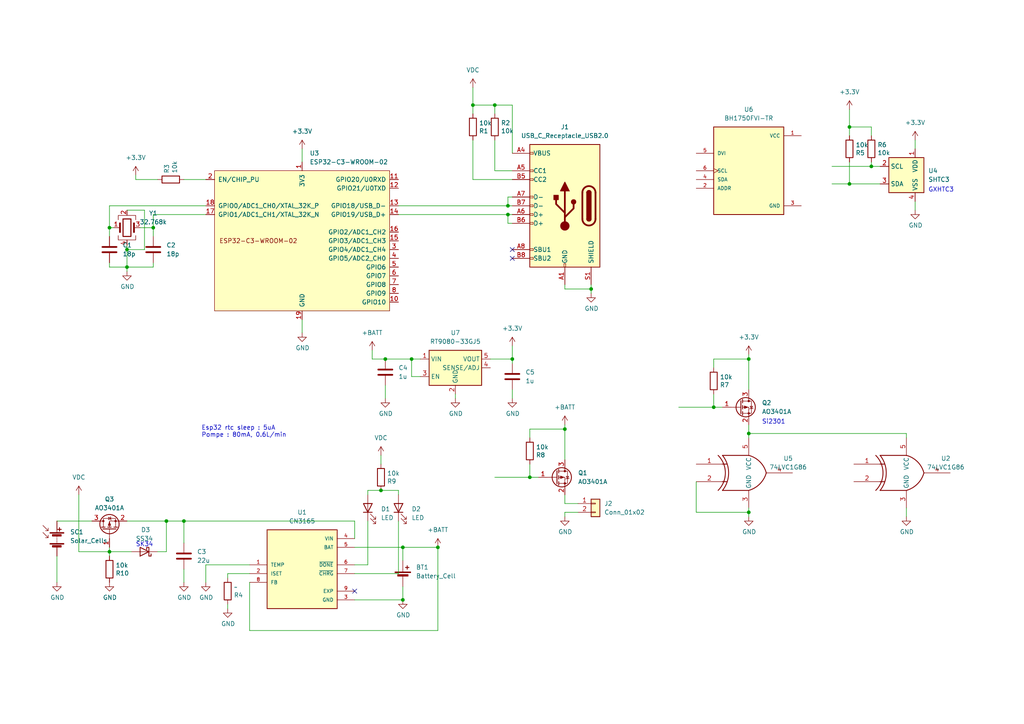
<source format=kicad_sch>
(kicad_sch (version 20230121) (generator eeschema)
  (paper "A4")
  (lib_symbols
    (symbol "74xGxx:74LVC1G86"
      (property "Reference" "U" (at -5.08 7.62 0))
      (property "Value" "74LVC1G86" (at 7.62 -7.62 0))
      (symbol "74LVC1G86_0_1"
        (arc (start -8.89 -5.08) (mid -6.7858 0) (end -8.89 5.08) (stroke (width 0.254)))
        (arc (start -7.62 -5.08) (mid -5.838 0) (end -7.62 5.08) (stroke (width 0.254)))
        (arc (start 0 -5.08) (mid 3.1986 -3.2054) (end 5.08 0) (stroke (width 0.254)))
        (polyline (pts (xy -7.62 -2.54) (xy -6.35 -2.54)) (stroke (width 0.254)) (fill (type background)))
        (polyline (pts (xy -7.62 2.54) (xy -6.35 2.54)) (stroke (width 0.254)) (fill (type background)))
        (polyline (pts (xy 0 -5.08) (xy -7.62 -5.08)) (stroke (width 0.254)) (fill (type background)))
        (polyline (pts (xy 0 5.08) (xy -7.62 5.08)) (stroke (width 0.254)) (fill (type background)))
        (arc (start 5.08 0) (mid 3.2238 3.2304) (end 0 5.08) (stroke (width 0.254)))
      )
      (symbol "74LVC1G86_1_1"
        (pin input line (at -15.24 2.54 0) (length 7.62) (name "~") (number "1"))
        (pin input line (at -15.24 -2.54 0) (length 7.62) (name "~") (number "2"))
        (pin power_in line (at 0 -10.16 90) (length 5.08) (name "GND") (number "3"))
        (pin output line (at 12.7 0 180) (length 7.62) (name "~") (number "4"))
        (pin power_in line (at 0 10.16 270) (length 5.08) (name "VCC") (number "5"))
      )
    )
    (symbol "BH1750FVI-TR:BH1750FVI-TR" (pin_names (offset 1.016))
      (property "Reference" "U" (at -10.1737 13.462 0))
      (property "Value" "BH1750FVI-TR" (at -9.922 -15.24 0))
      (symbol "BH1750FVI-TR_0_0"
        (rectangle (start -10.16 -12.7) (end 10.16 12.7) (stroke (width 0.254)) (fill (type background)))
        (pin power_in line (at 15.24 10.16 180) (length 5.08) (name "VCC") (number "1"))
        (pin input line (at -15.24 -5.08 0) (length 5.08) (name "ADDR") (number "2"))
        (pin power_in line (at 15.24 -10.16 180) (length 5.08) (name "GND") (number "3"))
        (pin bidirectional line (at -15.24 -2.54 0) (length 5.08) (name "SDA") (number "4"))
        (pin input line (at -15.24 5.08 0) (length 5.08) (name "DVI") (number "5"))
        (pin input clock (at -15.24 0 0) (length 5.08) (name "SCL") (number "6"))
      )
    )
    (symbol "CN3065:CN3065" (pin_names (offset 1.016))
      (property "Reference" "U" (at -10.1732 13.9881 0))
      (property "Value" "CN3065" (at -10.1667 -13.9792 0))
      (symbol "CN3065_0_0"
        (rectangle (start -10.16 -10.16) (end 10.16 12.7) (stroke (width 0.254)) (fill (type background)))
        (pin input line (at -15.24 2.54 0) (length 5.08) (name "TEMP") (number "1"))
        (pin input line (at -15.24 0 0) (length 5.08) (name "ISET") (number "2"))
        (pin power_in line (at 15.24 -7.62 180) (length 5.08) (name "GND") (number "3"))
        (pin power_in line (at 15.24 10.16 180) (length 5.08) (name "VIN") (number "4"))
        (pin power_in line (at 15.24 7.62 180) (length 5.08) (name "BAT") (number "5"))
        (pin output line (at 15.24 2.54 180) (length 5.08) (name "~{DONE}") (number "6"))
        (pin output line (at 15.24 0 180) (length 5.08) (name "~{CHRG}") (number "7"))
        (pin input line (at -15.24 -2.54 0) (length 5.08) (name "FB") (number "8"))
        (pin power_in line (at 15.24 -5.08 180) (length 5.08) (name "EXP") (number "9"))
      )
    )
    (symbol "Connector:USB_C_Receptacle_USB2.0" (pin_names (offset 1.016))
      (property "Reference" "J" (at -10.16 19.05 0))
      (property "Value" "USB_C_Receptacle_USB2.0" (at 19.05 19.05 0))
      (symbol "USB_C_Receptacle_USB2.0_0_0"
        (rectangle (start -0.254 -17.78) (end 0.254 -16.764))
        (rectangle (start 10.16 -14.986) (end 9.144 -15.494))
        (rectangle (start 10.16 -12.446) (end 9.144 -12.954))
        (rectangle (start 10.16 -4.826) (end 9.144 -5.334))
        (rectangle (start 10.16 -2.286) (end 9.144 -2.794))
        (rectangle (start 10.16 0.254) (end 9.144 -0.254))
        (rectangle (start 10.16 2.794) (end 9.144 2.286))
        (rectangle (start 10.16 7.874) (end 9.144 7.366))
        (rectangle (start 10.16 10.414) (end 9.144 9.906))
        (rectangle (start 10.16 15.494) (end 9.144 14.986))
      )
      (symbol "USB_C_Receptacle_USB2.0_0_1"
        (rectangle (start -10.16 17.78) (end 10.16 -17.78) (stroke (width 0.254)) (fill (type background)))
        (arc (start -8.89 -3.81) (mid -6.985 -5.7067) (end -5.08 -3.81) (stroke (width 0.508)))
        (arc (start -7.62 -3.81) (mid -6.985 -4.4423) (end -6.35 -3.81) (stroke (width 0.254)))
        (arc (start -7.62 -3.81) (mid -6.985 -4.4423) (end -6.35 -3.81) (stroke (width 0.254)) (fill (type outline)))
        (rectangle (start -7.62 -3.81) (end -6.35 3.81) (stroke (width 0.254)) (fill (type outline)))
        (arc (start -6.35 3.81) (mid -6.985 4.4423) (end -7.62 3.81) (stroke (width 0.254)))
        (arc (start -6.35 3.81) (mid -6.985 4.4423) (end -7.62 3.81) (stroke (width 0.254)) (fill (type outline)))
        (arc (start -5.08 3.81) (mid -6.985 5.7067) (end -8.89 3.81) (stroke (width 0.508)))
        (circle (center -2.54 1.143) (radius 0.635) (stroke (width 0.254)) (fill (type outline)))
        (circle (center 0 -5.842) (radius 1.27) (fill (type outline)))
        (polyline (pts (xy -8.89 -3.81) (xy -8.89 3.81)) (stroke (width 0.508)))
        (polyline (pts (xy -5.08 3.81) (xy -5.08 -3.81)) (stroke (width 0.508)))
        (polyline (pts (xy 0 -5.842) (xy 0 4.318)) (stroke (width 0.508)))
        (polyline (pts (xy 0 -3.302) (xy -2.54 -0.762) (xy -2.54 0.508)) (stroke (width 0.508)))
        (polyline (pts (xy 0 -2.032) (xy 2.54 0.508) (xy 2.54 1.778)) (stroke (width 0.508)))
        (polyline (pts (xy -1.27 4.318) (xy 0 6.858) (xy 1.27 4.318) (xy -1.27 4.318)) (stroke (width 0.254)) (fill (type outline)))
        (rectangle (start 1.905 1.778) (end 3.175 3.048) (stroke (width 0.254)) (fill (type outline)))
      )
      (symbol "USB_C_Receptacle_USB2.0_1_1"
        (pin passive line (at 0 -22.86 90) (length 5.08) (name "GND") (number "A1"))
        (pin passive line (at 0 -22.86 90) (length 5.08) hide (name "GND") (number "A12"))
        (pin passive line (at 15.24 15.24 180) (length 5.08) (name "VBUS") (number "A4"))
        (pin bidirectional line (at 15.24 10.16 180) (length 5.08) (name "CC1") (number "A5"))
        (pin bidirectional line (at 15.24 -2.54 180) (length 5.08) (name "D+") (number "A6"))
        (pin bidirectional line (at 15.24 2.54 180) (length 5.08) (name "D-") (number "A7"))
        (pin bidirectional line (at 15.24 -12.7 180) (length 5.08) (name "SBU1") (number "A8"))
        (pin passive line (at 15.24 15.24 180) (length 5.08) hide (name "VBUS") (number "A9"))
        (pin passive line (at 0 -22.86 90) (length 5.08) hide (name "GND") (number "B1"))
        (pin passive line (at 0 -22.86 90) (length 5.08) hide (name "GND") (number "B12"))
        (pin passive line (at 15.24 15.24 180) (length 5.08) hide (name "VBUS") (number "B4"))
        (pin bidirectional line (at 15.24 7.62 180) (length 5.08) (name "CC2") (number "B5"))
        (pin bidirectional line (at 15.24 -5.08 180) (length 5.08) (name "D+") (number "B6"))
        (pin bidirectional line (at 15.24 0 180) (length 5.08) (name "D-") (number "B7"))
        (pin bidirectional line (at 15.24 -15.24 180) (length 5.08) (name "SBU2") (number "B8"))
        (pin passive line (at 15.24 15.24 180) (length 5.08) hide (name "VBUS") (number "B9"))
        (pin passive line (at -7.62 -22.86 90) (length 5.08) (name "SHIELD") (number "S1"))
      )
    )
    (symbol "Connector_Generic:Conn_01x02" (pin_names (offset 1.016) hide)
      (property "Reference" "J" (at 0 2.54 0))
      (property "Value" "Conn_01x02" (at 0 -5.08 0))
      (symbol "Conn_01x02_1_1"
        (rectangle (start -1.27 -2.413) (end 0 -2.667) (stroke (width 0.1524)))
        (rectangle (start -1.27 0.127) (end 0 -0.127) (stroke (width 0.1524)))
        (rectangle (start -1.27 1.27) (end 1.27 -3.81) (stroke (width 0.254)) (fill (type background)))
        (pin passive line (at -5.08 0 0) (length 3.81) (name "Pin_1") (number "1"))
        (pin passive line (at -5.08 -2.54 0) (length 3.81) (name "Pin_2") (number "2"))
      )
    )
    (symbol "Device:Battery_Cell" (pin_numbers hide) (pin_names (offset 0) hide)
      (property "Reference" "BT" (at 2.54 2.54 0))
      (property "Value" "Battery_Cell" (at 2.54 0 0))
      (symbol "Battery_Cell_0_1"
        (rectangle (start -2.286 1.778) (end 2.286 1.524) (fill (type outline)))
        (rectangle (start -1.524 1.016) (end 1.524 0.508) (fill (type outline)))
        (polyline (pts (xy 0 0.762) (xy 0 0)))
        (polyline (pts (xy 0 1.778) (xy 0 2.54)))
        (polyline (pts (xy 0.762 3.048) (xy 1.778 3.048)) (stroke (width 0.254)))
        (polyline (pts (xy 1.27 3.556) (xy 1.27 2.54)) (stroke (width 0.254)))
      )
      (symbol "Battery_Cell_1_1"
        (pin passive line (at 0 5.08 270) (length 2.54) (name "+") (number "1"))
        (pin passive line (at 0 -2.54 90) (length 2.54) (name "-") (number "2"))
      )
    )
    (symbol "Device:C" (pin_numbers hide) (pin_names (offset 0.254))
      (property "Reference" "C" (at 0.635 2.54 0))
      (property "Value" "C" (at 0.635 -2.54 0))
      (symbol "C_0_1"
        (polyline (pts (xy -2.032 -0.762) (xy 2.032 -0.762)) (stroke (width 0.508)))
        (polyline (pts (xy -2.032 0.762) (xy 2.032 0.762)) (stroke (width 0.508)))
      )
      (symbol "C_1_1"
        (pin passive line (at 0 3.81 270) (length 2.794) (name "~") (number "1"))
        (pin passive line (at 0 -3.81 90) (length 2.794) (name "~") (number "2"))
      )
    )
    (symbol "Device:Crystal_GND24" (pin_names (offset 1.016) hide)
      (property "Reference" "Y" (at 3.175 5.08 0))
      (property "Value" "Crystal_GND24" (at 3.175 3.175 0))
      (symbol "Crystal_GND24_0_1"
        (rectangle (start -1.143 2.54) (end 1.143 -2.54) (stroke (width 0.3048)))
        (polyline (pts (xy -2.54 0) (xy -2.032 0)))
        (polyline (pts (xy -2.032 -1.27) (xy -2.032 1.27)) (stroke (width 0.508)))
        (polyline (pts (xy 0 -3.81) (xy 0 -3.556)))
        (polyline (pts (xy 0 3.556) (xy 0 3.81)))
        (polyline (pts (xy 2.032 -1.27) (xy 2.032 1.27)) (stroke (width 0.508)))
        (polyline (pts (xy 2.032 0) (xy 2.54 0)))
        (polyline (pts (xy -2.54 -2.286) (xy -2.54 -3.556) (xy 2.54 -3.556) (xy 2.54 -2.286)))
        (polyline (pts (xy -2.54 2.286) (xy -2.54 3.556) (xy 2.54 3.556) (xy 2.54 2.286)))
      )
      (symbol "Crystal_GND24_1_1"
        (pin passive line (at -3.81 0 0) (length 1.27) (name "1") (number "1"))
        (pin passive line (at 0 5.08 270) (length 1.27) (name "2") (number "2"))
        (pin passive line (at 3.81 0 180) (length 1.27) (name "3") (number "3"))
        (pin passive line (at 0 -5.08 90) (length 1.27) (name "4") (number "4"))
      )
    )
    (symbol "Device:D_Schottky" (pin_numbers hide) (pin_names (offset 1.016) hide)
      (property "Reference" "D" (at 0 2.54 0))
      (property "Value" "D_Schottky" (at 0 -2.54 0))
      (symbol "D_Schottky_0_1"
        (polyline (pts (xy 1.27 0) (xy -1.27 0)))
        (polyline (pts (xy 1.27 1.27) (xy 1.27 -1.27) (xy -1.27 0) (xy 1.27 1.27)) (stroke (width 0.254)))
        (polyline (pts (xy -1.905 0.635) (xy -1.905 1.27) (xy -1.27 1.27) (xy -1.27 -1.27) (xy -0.635 -1.27) (xy -0.635 -0.635)) (stroke (width 0.254)))
      )
      (symbol "D_Schottky_1_1"
        (pin passive line (at -3.81 0 0) (length 2.54) (name "K") (number "1"))
        (pin passive line (at 3.81 0 180) (length 2.54) (name "A") (number "2"))
      )
    )
    (symbol "Device:LED" (pin_numbers hide) (pin_names (offset 1.016) hide)
      (property "Reference" "D" (at 0 2.54 0))
      (property "Value" "LED" (at 0 -2.54 0))
      (symbol "LED_0_1"
        (polyline (pts (xy -1.27 -1.27) (xy -1.27 1.27)) (stroke (width 0.254)))
        (polyline (pts (xy -1.27 0) (xy 1.27 0)))
        (polyline (pts (xy 1.27 -1.27) (xy 1.27 1.27) (xy -1.27 0) (xy 1.27 -1.27)) (stroke (width 0.254)))
        (polyline (pts (xy -3.048 -0.762) (xy -4.572 -2.286) (xy -3.81 -2.286) (xy -4.572 -2.286) (xy -4.572 -1.524)))
        (polyline (pts (xy -1.778 -0.762) (xy -3.302 -2.286) (xy -2.54 -2.286) (xy -3.302 -2.286) (xy -3.302 -1.524)))
      )
      (symbol "LED_1_1"
        (pin passive line (at -3.81 0 0) (length 2.54) (name "K") (number "1"))
        (pin passive line (at 3.81 0 180) (length 2.54) (name "A") (number "2"))
      )
    )
    (symbol "Device:R" (pin_numbers hide) (pin_names (offset 0))
      (property "Reference" "R" (at 2.032 0 90))
      (property "Value" "R" (at 0 0 90))
      (symbol "R_0_1"
        (rectangle (start -1.016 -2.54) (end 1.016 2.54) (stroke (width 0.254)))
      )
      (symbol "R_1_1"
        (pin passive line (at 0 3.81 270) (length 1.27) (name "~") (number "1"))
        (pin passive line (at 0 -3.81 90) (length 1.27) (name "~") (number "2"))
      )
    )
    (symbol "Device:Solar_Cells" (pin_numbers hide) (pin_names (offset 0) hide)
      (property "Reference" "SC" (at 2.54 2.54 0))
      (property "Value" "Solar_Cells" (at 2.54 0 0))
      (symbol "Solar_Cells_0_1"
        (rectangle (start -2.032 -1.397) (end 2.032 -1.651) (fill (type outline)))
        (rectangle (start -2.032 1.778) (end 2.032 1.524) (fill (type outline)))
        (rectangle (start -1.3208 -1.9812) (end 1.27 -2.4892) (fill (type outline)))
        (rectangle (start -1.3208 1.1938) (end 1.27 0.6858) (fill (type outline)))
        (polyline (pts (xy -2.54 0.254) (xy -4.064 1.778)))
        (polyline (pts (xy -2.54 2.286) (xy -4.064 3.81)))
        (polyline (pts (xy 0 -1.524) (xy 0 -1.27)))
        (polyline (pts (xy 0 -1.016) (xy 0 -0.762)))
        (polyline (pts (xy 0 -0.508) (xy 0 -0.254)))
        (polyline (pts (xy 0 0) (xy 0 0.254)))
        (polyline (pts (xy 0 0.508) (xy 0 0.762)))
        (polyline (pts (xy 0 1.778) (xy 0 2.54)))
        (polyline (pts (xy 0.254 2.667) (xy 1.27 2.667)) (stroke (width 0.254)))
        (polyline (pts (xy 0.762 3.175) (xy 0.762 2.159)) (stroke (width 0.254)))
        (polyline (pts (xy -2.54 1.016) (xy -2.54 0.254) (xy -3.302 0.254)))
        (polyline (pts (xy -2.54 3.048) (xy -2.54 2.286) (xy -3.302 2.286)))
      )
      (symbol "Solar_Cells_1_1"
        (pin passive line (at 0 5.08 270) (length 2.54) (name "+") (number "1"))
        (pin passive line (at 0 -5.08 90) (length 2.54) (name "-") (number "2"))
      )
    )
    (symbol "PCM_Espressif:ESP32-C3-WROOM-02" (pin_names (offset 1.016))
      (property "Reference" "U" (at -25.4 25.4 0))
      (property "Value" "ESP32-C3-WROOM-02" (at -25.4 22.86 0))
      (symbol "ESP32-C3-WROOM-02_0_0"
        (text "ESP32-C3-WROOM-02" (at -12.7 0 0) (effects (font (size 1.27 1.27))))
      )
      (symbol "ESP32-C3-WROOM-02_0_1"
        (rectangle (start 25.4 20.32) (end -25.4 -20.32) (fill (type background)))
      )
      (symbol "ESP32-C3-WROOM-02_1_1"
        (pin power_in line (at 0 22.86 270) (length 2.54) (name "3V3") (number "1"))
        (pin bidirectional line (at 27.94 -17.78 180) (length 2.54) (name "GPIO10") (number "10"))
        (pin bidirectional line (at 27.94 17.78 180) (length 2.54) (name "GPIO20/U0RXD") (number "11"))
        (pin bidirectional line (at 27.94 15.24 180) (length 2.54) (name "GPIO21/U0TXD") (number "12"))
        (pin bidirectional line (at 27.94 10.16 180) (length 2.54) (name "GPIO18/USB_D-") (number "13"))
        (pin bidirectional line (at 27.94 7.62 180) (length 2.54) (name "GPIO19/USB_D+") (number "14"))
        (pin bidirectional line (at 27.94 0 180) (length 2.54) (name "GPIO3/ADC1_CH3") (number "15"))
        (pin bidirectional line (at 27.94 2.54 180) (length 2.54) (name "GPIO2/ADC1_CH2") (number "16"))
        (pin bidirectional line (at -27.94 7.62 0) (length 2.54) (name "GPIO1/ADC1_CH1/XTAL_32K_N") (number "17"))
        (pin bidirectional line (at -27.94 10.16 0) (length 2.54) (name "GPIO0/ADC1_CH0/XTAL_32K_P") (number "18"))
        (pin power_in line (at 0 -22.86 90) (length 2.54) (name "GND") (number "19"))
        (pin input line (at -27.94 17.78 0) (length 2.54) (name "EN/CHIP_PU") (number "2"))
        (pin bidirectional line (at 27.94 -2.54 180) (length 2.54) (name "GPIO4/ADC1_CH4") (number "3"))
        (pin bidirectional line (at 27.94 -5.08 180) (length 2.54) (name "GPIO5/ADC2_CH0") (number "4"))
        (pin bidirectional line (at 27.94 -7.62 180) (length 2.54) (name "GPIO6") (number "5"))
        (pin bidirectional line (at 27.94 -10.16 180) (length 2.54) (name "GPIO7") (number "6"))
        (pin bidirectional line (at 27.94 -12.7 180) (length 2.54) (name "GPIO8") (number "7"))
        (pin bidirectional line (at 27.94 -15.24 180) (length 2.54) (name "GPIO9") (number "8"))
        (pin passive line (at 0 -22.86 90) (length 2.54) hide (name "GND") (number "9"))
      )
    )
    (symbol "Regulator_Linear:ADP7142AUJZ-3.3"
      (property "Reference" "U" (at 0 8.89 0))
      (property "Value" "ADP7142AUJZ-3.3" (at 0 6.35 0))
      (symbol "ADP7142AUJZ-3.3_0_1"
        (rectangle (start -7.62 5.08) (end 7.62 -5.08) (stroke (width 0.254)) (fill (type background)))
      )
      (symbol "ADP7142AUJZ-3.3_1_1"
        (pin power_in line (at -10.16 2.54 0) (length 2.54) (name "VIN") (number "1"))
        (pin power_in line (at 0 -7.62 90) (length 2.54) (name "GND") (number "2"))
        (pin input line (at -10.16 -2.54 0) (length 2.54) (name "EN") (number "3"))
        (pin input line (at 10.16 0 180) (length 2.54) (name "SENSE/ADJ") (number "4"))
        (pin power_out line (at 10.16 2.54 180) (length 2.54) (name "VOUT") (number "5"))
      )
    )
    (symbol "Sensor_Humidity:SHTC3"
      (property "Reference" "U" (at -3.81 6.35 0))
      (property "Value" "SHTC3" (at -2.54 -6.35 0))
      (symbol "SHTC3_1_1"
        (rectangle (start -5.08 5.08) (end 5.08 -5.08) (stroke (width 0.254)) (fill (type background)))
        (pin power_in line (at 2.54 7.62 270) (length 2.54) (name "VDD") (number "1"))
        (pin input line (at -7.62 2.54 0) (length 2.54) (name "SCL") (number "2"))
        (pin bidirectional line (at -7.62 -2.54 0) (length 2.54) (name "SDA") (number "3"))
        (pin power_in line (at 2.54 -7.62 90) (length 2.54) (name "VSS") (number "4"))
        (pin no_connect line (at 5.08 0 180) (length 2.54) hide (name "NC") (number "5"))
      )
    )
    (symbol "Transistor_FET:AO3401A" (pin_names hide)
      (property "Reference" "Q" (at 5.08 1.905 0))
      (property "Value" "AO3401A" (at 5.08 0 0))
      (symbol "AO3401A_0_1"
        (polyline (pts (xy 0.254 0) (xy -2.54 0)))
        (polyline (pts (xy 0.254 1.905) (xy 0.254 -1.905)) (stroke (width 0.254)))
        (polyline (pts (xy 0.762 -1.27) (xy 0.762 -2.286)) (stroke (width 0.254)))
        (polyline (pts (xy 0.762 0.508) (xy 0.762 -0.508)) (stroke (width 0.254)))
        (polyline (pts (xy 0.762 2.286) (xy 0.762 1.27)) (stroke (width 0.254)))
        (polyline (pts (xy 2.54 2.54) (xy 2.54 1.778)))
        (polyline (pts (xy 2.54 -2.54) (xy 2.54 0) (xy 0.762 0)))
        (polyline (pts (xy 0.762 1.778) (xy 3.302 1.778) (xy 3.302 -1.778) (xy 0.762 -1.778)))
        (polyline (pts (xy 2.286 0) (xy 1.27 0.381) (xy 1.27 -0.381) (xy 2.286 0)) (fill (type outline)))
        (polyline (pts (xy 2.794 -0.508) (xy 2.921 -0.381) (xy 3.683 -0.381) (xy 3.81 -0.254)))
        (polyline (pts (xy 3.302 -0.381) (xy 2.921 0.254) (xy 3.683 0.254) (xy 3.302 -0.381)))
        (circle (center 1.651 0) (radius 2.794) (stroke (width 0.254)))
        (circle (center 2.54 -1.778) (radius 0.254) (fill (type outline)))
        (circle (center 2.54 1.778) (radius 0.254) (fill (type outline)))
      )
      (symbol "AO3401A_1_1"
        (pin input line (at -5.08 0 0) (length 2.54) (name "G") (number "1"))
        (pin passive line (at 2.54 -5.08 90) (length 2.54) (name "S") (number "2"))
        (pin passive line (at 2.54 5.08 270) (length 2.54) (name "D") (number "3"))
      )
    )
    (symbol "power:+3.3V" (power) (pin_names (offset 0))
      (property "Value" "+3.3V" (at 0 3.556 0))
      (symbol "+3.3V_0_1"
        (polyline (pts (xy -0.762 1.27) (xy 0 2.54)))
        (polyline (pts (xy 0 0) (xy 0 2.54)))
        (polyline (pts (xy 0 2.54) (xy 0.762 1.27)))
      )
      (symbol "+3.3V_1_1"
        (pin power_in line (at 0 0 90) (length 0) hide (name "+3.3V") (number "1"))
      )
    )
    (symbol "power:+BATT" (power) (pin_names (offset 0))
      (property "Value" "+BATT" (at 0 3.556 0))
      (symbol "+BATT_0_1"
        (polyline (pts (xy -0.762 1.27) (xy 0 2.54)))
        (polyline (pts (xy 0 0) (xy 0 2.54)))
        (polyline (pts (xy 0 2.54) (xy 0.762 1.27)))
      )
      (symbol "+BATT_1_1"
        (pin power_in line (at 0 0 90) (length 0) hide (name "+BATT") (number "1"))
      )
    )
    (symbol "power:GND" (power) (pin_names (offset 0))
      (property "Value" "GND" (at 0 -3.81 0))
      (symbol "GND_0_1"
        (polyline (pts (xy 0 0) (xy 0 -1.27) (xy 1.27 -1.27) (xy 0 -2.54) (xy -1.27 -1.27) (xy 0 -1.27)))
      )
      (symbol "GND_1_1"
        (pin power_in line (at 0 0 270) (length 0) hide (name "GND") (number "1"))
      )
    )
    (symbol "power:VDC" (power) (pin_names (offset 0))
      (property "Value" "VDC" (at 0 6.35 0))
      (symbol "VDC_0_1"
        (polyline (pts (xy -0.762 1.27) (xy 0 2.54)))
        (polyline (pts (xy 0 0) (xy 0 2.54)))
        (polyline (pts (xy 0 2.54) (xy 0.762 1.27)))
      )
      (symbol "VDC_1_1"
        (pin power_in line (at 0 0 90) (length 0) hide (name "VDC") (number "1"))
      )
    )
  )
  (junction (at 171.45 83.82))
  (junction (at 163.83 124.46))
  (junction (at 217.17 148.59))
  (junction (at 252.73 48.26))
  (junction (at 119.38 104.14))
  (junction (at 246.38 53.34))
  (junction (at 143.51 30.48))
  (junction (at 44.45 66.04))
  (junction (at 36.83 72.39))
  (junction (at 147.32 59.69))
  (junction (at 116.84 158.75))
  (junction (at 48.26 151.13))
  (junction (at 127 158.75))
  (junction (at 111.76 104.14))
  (junction (at 207.01 118.11))
  (junction (at 217.17 125.73))
  (junction (at 217.17 104.14))
  (junction (at 137.16 30.48))
  (junction (at 246.38 36.83))
  (junction (at 53.34 151.13))
  (junction (at 153.67 138.43))
  (junction (at 31.75 160.02))
  (junction (at 148.59 104.14))
  (junction (at 36.83 77.47))
  (junction (at 31.75 66.04))
  (junction (at 110.49 142.24))
  (junction (at 147.32 62.23))
  (junction (at 116.84 173.99))
  (no_connect (at 148.59 72.39))
  (no_connect (at 148.59 74.93))
  (no_connect (at 102.87 171.45))
  (wire (pts (xy 132.08 114.3) (xy 132.08 115.57)))
  (wire (pts (xy 167.64 148.59) (xy 163.83 148.59)))
  (wire (pts (xy 252.73 48.26) (xy 255.27 48.26)))
  (wire (pts (xy 163.83 148.59) (xy 163.83 149.86)))
  (wire (pts (xy 87.63 43.18) (xy 87.63 46.99)))
  (wire (pts (xy 148.59 100.33) (xy 148.59 104.14)))
  (wire (pts (xy 36.83 72.39) (xy 36.83 77.47)))
  (wire (pts (xy 72.39 166.37) (xy 66.04 166.37)))
  (wire (pts (xy 217.17 125.73) (xy 217.17 127)))
  (wire (pts (xy 153.67 124.46) (xy 163.83 124.46)))
  (wire (pts (xy 45.72 52.07) (xy 39.37 52.07)))
  (wire (pts (xy 31.75 66.04) (xy 31.75 68.58)))
  (wire (pts (xy 153.67 138.43) (xy 156.21 138.43)))
  (wire (pts (xy 66.04 166.37) (xy 66.04 167.64)))
  (wire (pts (xy 102.87 151.13) (xy 102.87 156.21)))
  (wire (pts (xy 115.57 59.69) (xy 147.32 59.69)))
  (wire (pts (xy 217.17 104.14) (xy 217.17 113.03)))
  (wire (pts (xy 53.34 165.1) (xy 53.34 168.91)))
  (wire (pts (xy 201.93 139.7) (xy 201.93 148.59)))
  (wire (pts (xy 44.45 66.04) (xy 44.45 62.23)))
  (wire (pts (xy 148.59 104.14) (xy 142.24 104.14)))
  (wire (pts (xy 115.57 151.13) (xy 115.57 166.37)))
  (wire (pts (xy 110.49 132.08) (xy 110.49 134.62)))
  (wire (pts (xy 40.64 66.04) (xy 44.45 66.04)))
  (wire (pts (xy 147.32 62.23) (xy 148.59 62.23)))
  (wire (pts (xy 116.84 170.18) (xy 116.84 173.99)))
  (wire (pts (xy 41.91 60.96) (xy 41.91 72.39)))
  (wire (pts (xy 41.91 72.39) (xy 36.83 72.39)))
  (wire (pts (xy 44.45 66.04) (xy 44.45 68.58)))
  (wire (pts (xy 31.75 160.02) (xy 31.75 158.75)))
  (wire (pts (xy 246.38 31.75) (xy 246.38 36.83)))
  (wire (pts (xy 148.59 105.41) (xy 148.59 104.14)))
  (wire (pts (xy 106.68 142.24) (xy 110.49 142.24)))
  (wire (pts (xy 38.1 160.02) (xy 31.75 160.02)))
  (wire (pts (xy 45.72 160.02) (xy 48.26 160.02)))
  (wire (pts (xy 201.93 148.59) (xy 217.17 148.59)))
  (wire (pts (xy 255.27 53.34) (xy 246.38 53.34)))
  (wire (pts (xy 143.51 30.48) (xy 148.59 30.48)))
  (wire (pts (xy 116.84 158.75) (xy 116.84 162.56)))
  (wire (pts (xy 196.85 118.11) (xy 207.01 118.11)))
  (wire (pts (xy 148.59 52.07) (xy 137.16 52.07)))
  (wire (pts (xy 106.68 163.83) (xy 106.68 151.13)))
  (wire (pts (xy 115.57 142.24) (xy 115.57 143.51)))
  (wire (pts (xy 143.51 30.48) (xy 143.51 33.02)))
  (wire (pts (xy 241.3 53.34) (xy 246.38 53.34)))
  (wire (pts (xy 163.83 83.82) (xy 171.45 83.82)))
  (wire (pts (xy 36.83 77.47) (xy 44.45 77.47)))
  (wire (pts (xy 171.45 83.82) (xy 171.45 85.09)))
  (wire (pts (xy 137.16 30.48) (xy 143.51 30.48)))
  (wire (pts (xy 148.59 30.48) (xy 148.59 44.45)))
  (wire (pts (xy 39.37 52.07) (xy 39.37 50.8)))
  (wire (pts (xy 48.26 151.13) (xy 53.34 151.13)))
  (wire (pts (xy 137.16 30.48) (xy 137.16 33.02)))
  (wire (pts (xy 102.87 163.83) (xy 106.68 163.83)))
  (wire (pts (xy 111.76 104.14) (xy 119.38 104.14)))
  (wire (pts (xy 241.3 48.26) (xy 252.73 48.26)))
  (wire (pts (xy 31.75 59.69) (xy 31.75 66.04)))
  (wire (pts (xy 265.43 58.42) (xy 265.43 60.96)))
  (wire (pts (xy 53.34 151.13) (xy 102.87 151.13)))
  (wire (pts (xy 163.83 123.19) (xy 163.83 124.46)))
  (wire (pts (xy 127 182.88) (xy 127 158.75)))
  (wire (pts (xy 53.34 52.07) (xy 59.69 52.07)))
  (wire (pts (xy 72.39 182.88) (xy 127 182.88)))
  (wire (pts (xy 148.59 49.53) (xy 143.51 49.53)))
  (wire (pts (xy 207.01 106.68) (xy 207.01 104.14)))
  (wire (pts (xy 167.64 146.05) (xy 163.83 146.05)))
  (wire (pts (xy 207.01 114.3) (xy 207.01 118.11)))
  (wire (pts (xy 252.73 36.83) (xy 252.73 39.37)))
  (wire (pts (xy 31.75 160.02) (xy 31.75 161.29)))
  (wire (pts (xy 72.39 163.83) (xy 59.69 163.83)))
  (wire (pts (xy 246.38 36.83) (xy 252.73 36.83)))
  (wire (pts (xy 153.67 127) (xy 153.67 124.46)))
  (wire (pts (xy 207.01 118.11) (xy 209.55 118.11)))
  (wire (pts (xy 115.57 166.37) (xy 102.87 166.37)))
  (wire (pts (xy 137.16 25.4) (xy 137.16 30.48)))
  (wire (pts (xy 147.32 59.69) (xy 148.59 59.69)))
  (wire (pts (xy 111.76 111.76) (xy 111.76 115.57)))
  (wire (pts (xy 207.01 104.14) (xy 217.17 104.14)))
  (wire (pts (xy 115.57 62.23) (xy 147.32 62.23)))
  (wire (pts (xy 148.59 113.03) (xy 148.59 115.57)))
  (wire (pts (xy 119.38 104.14) (xy 121.92 104.14)))
  (wire (pts (xy 31.75 66.04) (xy 33.02 66.04)))
  (wire (pts (xy 119.38 109.22) (xy 119.38 104.14)))
  (wire (pts (xy 137.16 40.64) (xy 137.16 52.07)))
  (wire (pts (xy 127 158.75) (xy 116.84 158.75)))
  (wire (pts (xy 262.89 125.73) (xy 262.89 127)))
  (wire (pts (xy 44.45 62.23) (xy 59.69 62.23)))
  (wire (pts (xy 217.17 148.59) (xy 217.17 149.86)))
  (wire (pts (xy 121.92 109.22) (xy 119.38 109.22)))
  (wire (pts (xy 107.95 104.14) (xy 111.76 104.14)))
  (wire (pts (xy 110.49 142.24) (xy 115.57 142.24)))
  (wire (pts (xy 16.51 168.91) (xy 16.51 161.29)))
  (wire (pts (xy 36.83 72.39) (xy 36.83 71.12)))
  (wire (pts (xy 147.32 62.23) (xy 147.32 64.77)))
  (wire (pts (xy 66.04 176.53) (xy 66.04 175.26)))
  (wire (pts (xy 246.38 53.34) (xy 246.38 46.99)))
  (wire (pts (xy 143.51 49.53) (xy 143.51 40.64)))
  (wire (pts (xy 163.83 146.05) (xy 163.83 143.51)))
  (wire (pts (xy 147.32 57.15) (xy 147.32 59.69)))
  (wire (pts (xy 116.84 173.99) (xy 102.87 173.99)))
  (wire (pts (xy 217.17 123.19) (xy 217.17 125.73)))
  (wire (pts (xy 53.34 151.13) (xy 53.34 157.48)))
  (wire (pts (xy 22.86 160.02) (xy 22.86 143.51)))
  (wire (pts (xy 106.68 142.24) (xy 106.68 143.51)))
  (wire (pts (xy 148.59 64.77) (xy 147.32 64.77)))
  (wire (pts (xy 87.63 92.71) (xy 87.63 96.52)))
  (wire (pts (xy 163.83 82.55) (xy 163.83 83.82)))
  (wire (pts (xy 163.83 124.46) (xy 163.83 133.35)))
  (wire (pts (xy 102.87 158.75) (xy 116.84 158.75)))
  (wire (pts (xy 217.17 125.73) (xy 262.89 125.73)))
  (wire (pts (xy 59.69 163.83) (xy 59.69 168.91)))
  (wire (pts (xy 44.45 77.47) (xy 44.45 76.2)))
  (wire (pts (xy 16.51 151.13) (xy 26.67 151.13)))
  (wire (pts (xy 171.45 82.55) (xy 171.45 83.82)))
  (wire (pts (xy 72.39 168.91) (xy 72.39 182.88)))
  (wire (pts (xy 107.95 101.6) (xy 107.95 104.14)))
  (wire (pts (xy 36.83 151.13) (xy 48.26 151.13)))
  (wire (pts (xy 262.89 147.32) (xy 262.89 149.86)))
  (wire (pts (xy 246.38 36.83) (xy 246.38 39.37)))
  (wire (pts (xy 36.83 60.96) (xy 41.91 60.96)))
  (wire (pts (xy 143.51 138.43) (xy 153.67 138.43)))
  (wire (pts (xy 217.17 102.87) (xy 217.17 104.14)))
  (wire (pts (xy 148.59 57.15) (xy 147.32 57.15)))
  (wire (pts (xy 48.26 160.02) (xy 48.26 151.13)))
  (wire (pts (xy 31.75 76.2) (xy 31.75 77.47)))
  (wire (pts (xy 217.17 147.32) (xy 217.17 148.59)))
  (wire (pts (xy 31.75 77.47) (xy 36.83 77.47)))
  (wire (pts (xy 59.69 59.69) (xy 31.75 59.69)))
  (wire (pts (xy 153.67 134.62) (xy 153.67 138.43)))
  (wire (pts (xy 265.43 40.64) (xy 265.43 43.18)))
  (wire (pts (xy 36.83 77.47) (xy 36.83 78.74)))
  (wire (pts (xy 252.73 46.99) (xy 252.73 48.26)))
  (wire (pts (xy 31.75 160.02) (xy 22.86 160.02)))
  (text "Esp32 rtc sleep : 5uA\nPompe : 80mA, 0.6L/min \n" (at 58.42 127 0) (effects (font (size 1.27 1.27)) (justify left bottom)))
  (text "GXHTC3" (at 269.24 55.88 0) (effects (font (size 1.27 1.27)) (justify left bottom)))
  (text "SK34" (at 39.37 158.75 0) (effects (font (size 1.27 1.27)) (justify left bottom)))
  (text "Si2301" (at 220.98 123.19 0) (effects (font (size 1.27 1.27)) (justify left bottom)))
  (symbol (lib_id "Transistor_FET:AO3401A") (at 31.75 153.67 90) (unit 1)
    (property "Reference" "Q3" (at 31.75 144.78 90))
    (property "Value" "AO3401A" (at 31.75 147.32 90))
    (property "Footprint" "Package_TO_SOT_SMD:SOT-23" (effects hide))
    (property "Datasheet" "http://www.aosmd.com/pdfs/datasheet/AO3401A.pdf" (effects hide))
    (property "LCSC" "C15127" (effects hide))
  )
  (symbol (lib_id "power:GND") (at 148.59 115.57 0) (unit 1)
    (property "Reference" "#PWR026" (effects hide))
    (property "Value" "GND" (at 148.717 119.9642 0))
  )
  (symbol (lib_id "power:GND") (at 53.34 168.91 0) (unit 1)
    (property "Reference" "#PWR021" (effects hide))
    (property "Value" "GND" (at 53.467 173.3042 0))
  )
  (symbol (lib_id "Device:D_Schottky") (at 41.91 160.02 180) (unit 1)
    (property "Reference" "D3" (at 42.2275 153.67 0))
    (property "Value" "SS34" (at 41.91 156.21 0))
    (property "LCSC" "C8678" (effects hide))
  )
  (symbol (lib_id "Device:Crystal_GND24") (at 36.83 66.04 0) (unit 1)
    (property "Reference" "Y1" (at 44.45 61.8491 0))
    (property "Value" "32.768k" (at 44.45 64.3891 0))
    (property "Footprint" "Crystal:Crystal_SMD_3225-4Pin_3.2x2.5mm" (effects hide))
  )
  (symbol (lib_id "Device:R") (at 137.16 36.83 0) (mirror x) (unit 1)
    (property "Reference" "R1" (at 138.938 37.9984 0) (effects (justify left)))
    (property "Value" "10k" (at 138.938 35.687 0) (effects (justify left)))
    (property "Footprint" "Resistor_SMD:R_0603_1608Metric" (effects hide))
    (property "LCSC" "C25804" (effects hide))
  )
  (symbol (lib_id "power:GND") (at 36.83 78.74 0) (unit 1)
    (property "Reference" "#PWR01" (effects hide))
    (property "Value" "GND" (at 36.957 83.1342 0))
  )
  (symbol (lib_id "Device:R") (at 31.75 165.1 0) (mirror x) (unit 1)
    (property "Reference" "R10" (at 33.528 166.2684 0) (effects (justify left)))
    (property "Value" "10k" (at 33.528 163.957 0) (effects (justify left)))
    (property "Footprint" "Resistor_SMD:R_0603_1608Metric" (effects hide))
    (property "LCSC" "C25804" (effects hide))
  )
  (symbol (lib_id "Device:Battery_Cell") (at 116.84 167.64 0) (unit 1)
    (property "Reference" "BT1" (at 120.65 164.5285 0) (effects (justify left)))
    (property "Value" "Battery_Cell" (at 120.65 167.0685 0) (effects (justify left)))
    (property "Footprint" "Battery:BatteryHolder_Keystone_1042_1x18650" (effects hide))
  )
  (symbol (lib_id "power:GND") (at 265.43 60.96 0) (unit 1)
    (property "Reference" "#PWR011" (effects hide))
    (property "Value" "GND" (at 265.557 65.3542 0))
  )
  (symbol (lib_id "CN3065:CN3065") (at 87.63 166.37 0) (unit 1)
    (property "Reference" "U1" (at 87.63 148.59 0))
    (property "Value" "CN3165" (at 87.63 151.13 0))
    (property "Footprint" "CN3065:DFN300X300X90-9N" (effects hide))
    (property "LCSC" "C559035" (effects hide))
  )
  (symbol (lib_id "74xGxx:74LVC1G86") (at 262.89 137.16 0) (unit 1)
    (property "Reference" "U2" (at 274.32 132.9691 0))
    (property "Value" "74LVC1G86" (at 274.32 135.5091 0))
    (property "Footprint" "Package_TO_SOT_SMD:SOT-353_SC-70-5" (effects hide))
    (property "Datasheet" "http://www.ti.com/lit/sg/scyt129e/scyt129e.pdf" (effects hide))
    (property "LCSC" "C4945075" (effects hide))
  )
  (symbol (lib_id "power:GND") (at 87.63 96.52 0) (unit 1)
    (property "Reference" "#PWR04" (effects hide))
    (property "Value" "GND" (at 87.757 100.9142 0))
  )
  (symbol (lib_id "Device:R") (at 66.04 171.45 0) (mirror x) (unit 1)
    (property "Reference" "R4" (at 67.818 172.6184 0) (effects (justify left)))
    (property "Value" "~" (at 67.818 170.307 0) (effects (justify left)))
    (property "Footprint" "Resistor_SMD:R_0603_1608Metric" (effects hide))
  )
  (symbol (lib_id "Connector:USB_C_Receptacle_USB2.0") (at 163.83 59.69 0) (mirror y) (unit 1)
    (property "Reference" "J1" (at 163.83 36.83 0))
    (property "Value" "USB_C_Receptacle_USB2.0" (at 163.83 39.37 0))
    (property "Footprint" "Connector_USB:USB_C_Receptacle_GCT_USB4110" (effects hide))
    (property "Datasheet" "https://www.usb.org/sites/default/files/documents/usb_type-c.zip" (effects hide))
    (property "LCSC" "C2840392" (effects hide))
  )
  (symbol (lib_id "power:+3.3V") (at 87.63 43.18 0) (unit 1)
    (property "Reference" "#PWR05" (effects hide))
    (property "Value" "+3.3V" (at 87.63 38.1 0))
  )
  (symbol (lib_id "power:+3.3V") (at 217.17 102.87 0) (unit 1)
    (property "Reference" "#PWR014" (effects hide))
    (property "Value" "+3.3V" (at 217.17 97.79 0))
  )
  (symbol (lib_id "power:GND") (at 59.69 168.91 0) (unit 1)
    (property "Reference" "#PWR09" (effects hide))
    (property "Value" "GND" (at 59.817 173.3042 0))
  )
  (symbol (lib_id "Device:C") (at 148.59 109.22 0) (unit 1)
    (property "Reference" "C5" (at 152.4 107.95 0) (effects (justify left)))
    (property "Value" "1u" (at 152.4 110.49 0) (effects (justify left)))
  )
  (symbol (lib_id "Device:R") (at 143.51 36.83 0) (unit 1)
    (property "Reference" "R2" (at 145.288 35.6616 0) (effects (justify left)))
    (property "Value" "10k" (at 145.288 37.973 0) (effects (justify left)))
    (property "Footprint" "Resistor_SMD:R_0603_1608Metric" (effects hide))
    (property "LCSC" "C25804" (effects hide))
  )
  (symbol (lib_id "BH1750FVI-TR:BH1750FVI-TR") (at 217.17 49.53 0) (unit 1)
    (property "Reference" "U6" (at 217.17 31.75 0))
    (property "Value" "BH1750FVI-TR" (at 217.17 34.29 0))
    (property "Footprint" "BH1750FVI-TR:XDCR_BH1750FVI-TR" (effects hide))
    (property "MF" "Rohm" (effects hide))
    (property "MAXIMUM_PACKAGE_HEIGHT" "0.75mm" (effects hide))
    (property "Package" "SMD-6 ROHM Semiconductor" (effects hide))
    (property "Price" "None" (effects hide))
    (property "STANDARD" "Manufacturer recommendations" (effects hide))
    (property "PARTREV" "D" (effects hide))
    (property "SnapEDA_Link" "https://www.snapeda.com/parts/BH1750FVI-TR/Rohm/view-part/?ref=snap" (effects hide))
    (property "MP" "BH1750FVI-TR" (effects hide))
    (property "Purchase-URL" "https://www.snapeda.com/api/url_track_click_mouser/?unipart_id=106507&manufacturer=Rohm&part_name=BH1750FVI-TR&search_term=None" (effects hide))
    (property "Description" "\nOptical Sensor Ambient 560nm I²C 6-SMD, Flat Lead Exposed Pad\n" (effects hide))
    (property "MANUFACTURER" "Rohm" (effects hide))
  )
  (symbol (lib_id "Device:LED") (at 115.57 147.32 90) (unit 1)
    (property "Reference" "D2" (at 119.38 147.6375 90) (effects (justify right)))
    (property "Value" "LED" (at 119.38 150.1775 90) (effects (justify right)))
  )
  (symbol (lib_id "power:GND") (at 163.83 149.86 0) (unit 1)
    (property "Reference" "#PWR019" (effects hide))
    (property "Value" "GND" (at 163.957 154.2542 0))
  )
  (symbol (lib_id "power:+BATT") (at 127 158.75 0) (unit 1)
    (property "Reference" "#PWR015" (effects hide))
    (property "Value" "+BATT" (at 127 153.67 0))
  )
  (symbol (lib_id "Device:C") (at 53.34 161.29 0) (unit 1)
    (property "Reference" "C3" (at 57.15 160.02 0) (effects (justify left)))
    (property "Value" "22u" (at 57.15 162.56 0) (effects (justify left)))
  )
  (symbol (lib_id "Device:R") (at 207.01 110.49 0) (mirror x) (unit 1)
    (property "Reference" "R7" (at 208.788 111.6584 0) (effects (justify left)))
    (property "Value" "10k" (at 208.788 109.347 0) (effects (justify left)))
    (property "Footprint" "Resistor_SMD:R_0603_1608Metric" (effects hide))
    (property "LCSC" "C25804" (effects hide))
  )
  (symbol (lib_id "power:GND") (at 171.45 85.09 0) (unit 1)
    (property "Reference" "#PWR03" (effects hide))
    (property "Value" "GND" (at 171.577 89.4842 0))
  )
  (symbol (lib_id "power:GND") (at 111.76 115.57 0) (unit 1)
    (property "Reference" "#PWR025" (effects hide))
    (property "Value" "GND" (at 111.887 119.9642 0))
  )
  (symbol (lib_id "Device:R") (at 49.53 52.07 90) (unit 1)
    (property "Reference" "R3" (at 48.3616 50.292 0) (effects (justify left)))
    (property "Value" "10k" (at 50.673 50.292 0) (effects (justify left)))
    (property "Footprint" "Resistor_SMD:R_0603_1608Metric" (effects hide))
    (property "LCSC" "C25804" (effects hide))
  )
  (symbol (lib_id "power:+3.3V") (at 246.38 31.75 0) (unit 1)
    (property "Reference" "#PWR013" (effects hide))
    (property "Value" "+3.3V" (at 246.38 26.67 0))
  )
  (symbol (lib_id "Regulator_Linear:ADP7142AUJZ-3.3") (at 132.08 106.68 0) (unit 1)
    (property "Reference" "U7" (at 132.08 96.52 0))
    (property "Value" "RT9080-33GJ5" (at 132.08 99.06 0))
    (property "Footprint" "Package_TO_SOT_SMD:TSOT-23-5" (effects hide))
    (property "Datasheet" "https://www.analog.com/media/en/technical-documentation/data-sheets/ADP7142.pdf" (effects hide))
    (property "LCSC" "C841192" (effects hide))
  )
  (symbol (lib_id "Device:R") (at 110.49 138.43 0) (mirror x) (unit 1)
    (property "Reference" "R9" (at 112.268 139.5984 0) (effects (justify left)))
    (property "Value" "10k" (at 112.268 137.287 0) (effects (justify left)))
    (property "Footprint" "Resistor_SMD:R_0603_1608Metric" (effects hide))
    (property "LCSC" "C25804" (effects hide))
  )
  (symbol (lib_id "power:+3.3V") (at 148.59 100.33 0) (unit 1)
    (property "Reference" "#PWR028" (effects hide))
    (property "Value" "+3.3V" (at 148.59 95.25 0))
  )
  (symbol (lib_id "power:+BATT") (at 163.83 123.19 0) (unit 1)
    (property "Reference" "#PWR016" (effects hide))
    (property "Value" "+BATT" (at 163.83 118.11 0))
  )
  (symbol (lib_id "power:GND") (at 31.75 168.91 0) (unit 1)
    (property "Reference" "#PWR022" (effects hide))
    (property "Value" "GND" (at 31.877 173.3042 0))
  )
  (symbol (lib_id "power:GND") (at 132.08 115.57 0) (unit 1)
    (property "Reference" "#PWR024" (effects hide))
    (property "Value" "GND" (at 132.207 119.9642 0))
  )
  (symbol (lib_id "Device:C") (at 111.76 107.95 0) (unit 1)
    (property "Reference" "C4" (at 115.57 106.68 0) (effects (justify left)))
    (property "Value" "1u" (at 115.57 109.22 0) (effects (justify left)))
  )
  (symbol (lib_id "power:GND") (at 66.04 176.53 0) (unit 1)
    (property "Reference" "#PWR010" (effects hide))
    (property "Value" "GND" (at 66.167 180.9242 0))
  )
  (symbol (lib_id "Transistor_FET:AO3401A") (at 214.63 118.11 0) (unit 1)
    (property "Reference" "Q2" (at 220.98 116.84 0) (effects (justify left)))
    (property "Value" "AO3401A" (at 220.98 119.38 0) (effects (justify left)))
    (property "Footprint" "Package_TO_SOT_SMD:SOT-23" (effects hide))
    (property "Datasheet" "http://www.aosmd.com/pdfs/datasheet/AO3401A.pdf" (effects hide))
    (property "LCSC" "C15127" (effects hide))
  )
  (symbol (lib_id "Device:R") (at 246.38 43.18 0) (mirror x) (unit 1)
    (property "Reference" "R5" (at 248.158 44.3484 0) (effects (justify left)))
    (property "Value" "10k" (at 248.158 42.037 0) (effects (justify left)))
    (property "Footprint" "Resistor_SMD:R_0603_1608Metric" (effects hide))
    (property "LCSC" "C25804" (effects hide))
  )
  (symbol (lib_id "power:GND") (at 16.51 168.91 0) (unit 1)
    (property "Reference" "#PWR08" (effects hide))
    (property "Value" "GND" (at 16.637 173.3042 0))
  )
  (symbol (lib_id "Device:C") (at 44.45 72.39 0) (unit 1)
    (property "Reference" "C2" (at 48.26 71.12 0) (effects (justify left)))
    (property "Value" "18p" (at 48.26 73.66 0) (effects (justify left)))
    (property "Footprint" "Capacitor_SMD:C_0603_1608Metric" (effects hide))
  )
  (symbol (lib_id "power:+BATT") (at 107.95 101.6 0) (unit 1)
    (property "Reference" "#PWR027" (effects hide))
    (property "Value" "+BATT" (at 107.95 96.52 0))
  )
  (symbol (lib_id "Device:C") (at 31.75 72.39 0) (unit 1)
    (property "Reference" "C1" (at 35.56 71.12 0) (effects (justify left)))
    (property "Value" "18p" (at 35.56 73.66 0) (effects (justify left)))
    (property "Footprint" "Capacitor_SMD:C_0603_1608Metric" (effects hide))
  )
  (symbol (lib_id "Connector_Generic:Conn_01x02") (at 172.72 146.05 0) (unit 1)
    (property "Reference" "J2" (at 175.26 146.05 0) (effects (justify left)))
    (property "Value" "Conn_01x02" (at 175.26 148.59 0) (effects (justify left)))
    (property "Footprint" "Connector_JST:JST_XH_B2B-XH-AM_1x02_P2.50mm_Vertical" (effects hide))
  )
  (symbol (lib_id "Device:R") (at 252.73 43.18 0) (unit 1)
    (property "Reference" "R6" (at 254.508 42.0116 0) (effects (justify left)))
    (property "Value" "10k" (at 254.508 44.323 0) (effects (justify left)))
    (property "Footprint" "Resistor_SMD:R_0603_1608Metric" (effects hide))
    (property "LCSC" "C25804" (effects hide))
  )
  (symbol (lib_id "power:VDC") (at 110.49 132.08 0) (unit 1)
    (property "Reference" "#PWR020" (effects hide))
    (property "Value" "VDC" (at 110.49 127 0))
  )
  (symbol (lib_id "PCM_Espressif:ESP32-C3-WROOM-02") (at 87.63 69.85 0) (unit 1)
    (property "Reference" "U3" (at 89.8241 44.45 0) (effects (justify left)))
    (property "Value" "ESP32-C3-WROOM-02" (at 89.8241 46.99 0) (effects (justify left)))
    (property "Footprint" "PCM_Espressif:ESP32-C3-WROOM-02" (effects hide))
    (property "Datasheet" "https://www.espressif.com/sites/default/files/documentation/esp32-c3-wroom-02_datasheet_en.pdf" (effects hide))
    (property "LCSC" "C165948" (effects hide))
  )
  (symbol (lib_id "power:GND") (at 217.17 149.86 0) (unit 1)
    (property "Reference" "#PWR017" (effects hide))
    (property "Value" "GND" (at 217.297 154.2542 0))
  )
  (symbol (lib_id "power:GND") (at 262.89 149.86 0) (unit 1)
    (property "Reference" "#PWR018" (effects hide))
    (property "Value" "GND" (at 263.017 154.2542 0))
  )
  (symbol (lib_id "Transistor_FET:AO3401A") (at 161.29 138.43 0) (unit 1)
    (property "Reference" "Q1" (at 167.64 137.16 0) (effects (justify left)))
    (property "Value" "AO3401A" (at 167.64 139.7 0) (effects (justify left)))
    (property "Footprint" "Package_TO_SOT_SMD:SOT-23" (effects hide))
    (property "Datasheet" "http://www.aosmd.com/pdfs/datasheet/AO3401A.pdf" (effects hide))
    (property "LCSC" "C15127" (effects hide))
  )
  (symbol (lib_id "Device:LED") (at 106.68 147.32 90) (unit 1)
    (property "Reference" "D1" (at 110.49 147.6375 90) (effects (justify right)))
    (property "Value" "LED" (at 110.49 150.1775 90) (effects (justify right)))
  )
  (symbol (lib_id "74xGxx:74LVC1G86") (at 217.17 137.16 0) (unit 1)
    (property "Reference" "U5" (at 228.6 132.9691 0))
    (property "Value" "74LVC1G86" (at 228.6 135.5091 0))
    (property "Footprint" "Package_TO_SOT_SMD:SOT-353_SC-70-5" (effects hide))
    (property "Datasheet" "http://www.ti.com/lit/sg/scyt129e/scyt129e.pdf" (effects hide))
    (property "LCSC" "C4945075" (effects hide))
  )
  (symbol (lib_id "power:GND") (at 116.84 173.99 0) (unit 1)
    (property "Reference" "#PWR07" (effects hide))
    (property "Value" "GND" (at 116.967 178.3842 0))
  )
  (symbol (lib_id "power:+3.3V") (at 39.37 50.8 0) (unit 1)
    (property "Reference" "#PWR06" (effects hide))
    (property "Value" "+3.3V" (at 39.37 45.72 0))
  )
  (symbol (lib_id "Sensor_Humidity:SHTC3") (at 262.89 50.8 0) (unit 1)
    (property "Reference" "U4" (at 269.24 49.53 0) (effects (justify left)))
    (property "Value" "SHTC3" (at 269.24 52.07 0) (effects (justify left)))
    (property "Footprint" "Sensor_Humidity:Sensirion_DFN-4-1EP_2x2mm_P1mm_EP0.7x1.6mm" (effects hide))
    (property "Datasheet" "https://www.sensirion.com/fileadmin/user_upload/customers/sensirion/Dokumente/0_Datasheets/Humidity/Sensirion_Humidity_Sensors_SHTC3_Datasheet.pdf" (effects hide))
    (property "LCSC" "C2837688" (effects hide))
  )
  (symbol (lib_id "Device:Solar_Cells") (at 16.51 156.21 0) (unit 1)
    (property "Reference" "SC1" (at 20.32 154.305 0) (effects (justify left)))
    (property "Value" "Solar_Cells" (at 20.32 156.845 0) (effects (justify left)))
    (property "Footprint" "Connector_JST:JST_XH_B2B-XH-AM_1x02_P2.50mm_Vertical" (effects hide))
  )
  (symbol (lib_id "power:+3.3V") (at 265.43 40.64 0) (unit 1)
    (property "Reference" "#PWR012" (effects hide))
    (property "Value" "+3.3V" (at 265.43 35.56 0))
  )
  (symbol (lib_id "Device:R") (at 153.67 130.81 0) (mirror x) (unit 1)
    (property "Reference" "R8" (at 155.448 131.9784 0) (effects (justify left)))
    (property "Value" "10k" (at 155.448 129.667 0) (effects (justify left)))
    (property "Footprint" "Resistor_SMD:R_0603_1608Metric" (effects hide))
    (property "LCSC" "C25804" (effects hide))
  )
  (symbol (lib_id "power:VDC") (at 137.16 25.4 0) (mirror y) (unit 1)
    (property "Reference" "#PWR02" (effects hide))
    (property "Value" "VDC" (at 137.16 20.32 0))
  )
  (symbol (lib_id "power:VDC") (at 22.86 143.51 0) (unit 1)
    (property "Reference" "#PWR023" (effects hide))
    (property "Value" "VDC" (at 22.86 138.43 0))
  )
)
</source>
